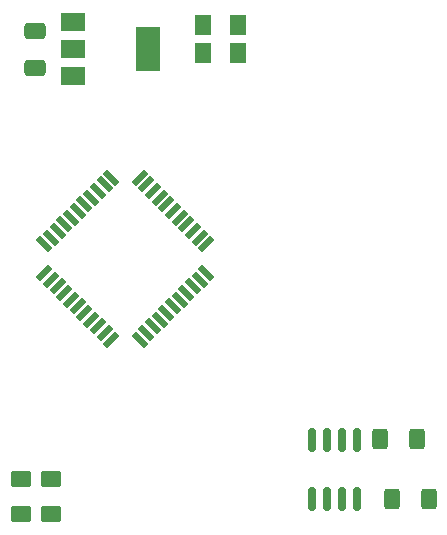
<source format=gbr>
%TF.GenerationSoftware,KiCad,Pcbnew,6.0.11-2627ca5db0~126~ubuntu20.04.1*%
%TF.CreationDate,2023-09-03T18:12:03+02:00*%
%TF.ProjectId,sboxnet-modul,73626f78-6e65-4742-9d6d-6f64756c2e6b,rev?*%
%TF.SameCoordinates,Original*%
%TF.FileFunction,Paste,Top*%
%TF.FilePolarity,Positive*%
%FSLAX46Y46*%
G04 Gerber Fmt 4.6, Leading zero omitted, Abs format (unit mm)*
G04 Created by KiCad (PCBNEW 6.0.11-2627ca5db0~126~ubuntu20.04.1) date 2023-09-03 18:12:03*
%MOMM*%
%LPD*%
G01*
G04 APERTURE LIST*
G04 Aperture macros list*
%AMRoundRect*
0 Rectangle with rounded corners*
0 $1 Rounding radius*
0 $2 $3 $4 $5 $6 $7 $8 $9 X,Y pos of 4 corners*
0 Add a 4 corners polygon primitive as box body*
4,1,4,$2,$3,$4,$5,$6,$7,$8,$9,$2,$3,0*
0 Add four circle primitives for the rounded corners*
1,1,$1+$1,$2,$3*
1,1,$1+$1,$4,$5*
1,1,$1+$1,$6,$7*
1,1,$1+$1,$8,$9*
0 Add four rect primitives between the rounded corners*
20,1,$1+$1,$2,$3,$4,$5,0*
20,1,$1+$1,$4,$5,$6,$7,0*
20,1,$1+$1,$6,$7,$8,$9,0*
20,1,$1+$1,$8,$9,$2,$3,0*%
%AMRotRect*
0 Rectangle, with rotation*
0 The origin of the aperture is its center*
0 $1 length*
0 $2 width*
0 $3 Rotation angle, in degrees counterclockwise*
0 Add horizontal line*
21,1,$1,$2,0,0,$3*%
G04 Aperture macros list end*
%ADD10R,2.000000X1.500000*%
%ADD11R,2.000000X3.800000*%
%ADD12RotRect,1.500000X0.550000X315.000000*%
%ADD13RotRect,1.500000X0.550000X45.000000*%
%ADD14RoundRect,0.250001X-0.624999X0.462499X-0.624999X-0.462499X0.624999X-0.462499X0.624999X0.462499X0*%
%ADD15RoundRect,0.250001X-0.462499X-0.624999X0.462499X-0.624999X0.462499X0.624999X-0.462499X0.624999X0*%
%ADD16RoundRect,0.250000X0.650000X-0.412500X0.650000X0.412500X-0.650000X0.412500X-0.650000X-0.412500X0*%
%ADD17RoundRect,0.250000X0.400000X0.625000X-0.400000X0.625000X-0.400000X-0.625000X0.400000X-0.625000X0*%
%ADD18RoundRect,0.150000X-0.150000X0.825000X-0.150000X-0.825000X0.150000X-0.825000X0.150000X0.825000X0*%
G04 APERTURE END LIST*
D10*
X88290000Y-78980000D03*
X88290000Y-81280000D03*
D11*
X94590000Y-81280000D03*
D10*
X88290000Y-83580000D03*
D12*
X91507918Y-92201064D03*
X90942233Y-92766750D03*
X90376548Y-93332435D03*
X89810862Y-93898120D03*
X89245177Y-94463806D03*
X88679491Y-95029491D03*
X88113806Y-95595177D03*
X87548120Y-96160862D03*
X86982435Y-96726548D03*
X86416750Y-97292233D03*
X85851064Y-97857918D03*
D13*
X85851064Y-100262082D03*
X86416750Y-100827767D03*
X86982435Y-101393452D03*
X87548120Y-101959138D03*
X88113806Y-102524823D03*
X88679491Y-103090509D03*
X89245177Y-103656194D03*
X89810862Y-104221880D03*
X90376548Y-104787565D03*
X90942233Y-105353250D03*
X91507918Y-105918936D03*
D12*
X93912082Y-105918936D03*
X94477767Y-105353250D03*
X95043452Y-104787565D03*
X95609138Y-104221880D03*
X96174823Y-103656194D03*
X96740509Y-103090509D03*
X97306194Y-102524823D03*
X97871880Y-101959138D03*
X98437565Y-101393452D03*
X99003250Y-100827767D03*
X99568936Y-100262082D03*
D13*
X99568936Y-97857918D03*
X99003250Y-97292233D03*
X98437565Y-96726548D03*
X97871880Y-96160862D03*
X97306194Y-95595177D03*
X96740509Y-95029491D03*
X96174823Y-94463806D03*
X95609138Y-93898120D03*
X95043452Y-93332435D03*
X94477767Y-92766750D03*
X93912082Y-92201064D03*
D14*
X83870800Y-117689300D03*
X83870800Y-120664300D03*
D15*
X99274300Y-81661000D03*
X102249300Y-81661000D03*
D16*
X85090000Y-82931000D03*
X85090000Y-79806000D03*
D15*
X99274300Y-79298800D03*
X102249300Y-79298800D03*
D17*
X117400001Y-114300000D03*
X114300001Y-114300000D03*
D14*
X86385400Y-117689300D03*
X86385400Y-120664300D03*
D17*
X118390000Y-119380000D03*
X115290000Y-119380000D03*
D18*
X112293400Y-114415800D03*
X111023400Y-114415800D03*
X109753400Y-114415800D03*
X108483400Y-114415800D03*
X108483400Y-119365800D03*
X109753400Y-119365800D03*
X111023400Y-119365800D03*
X112293400Y-119365800D03*
M02*

</source>
